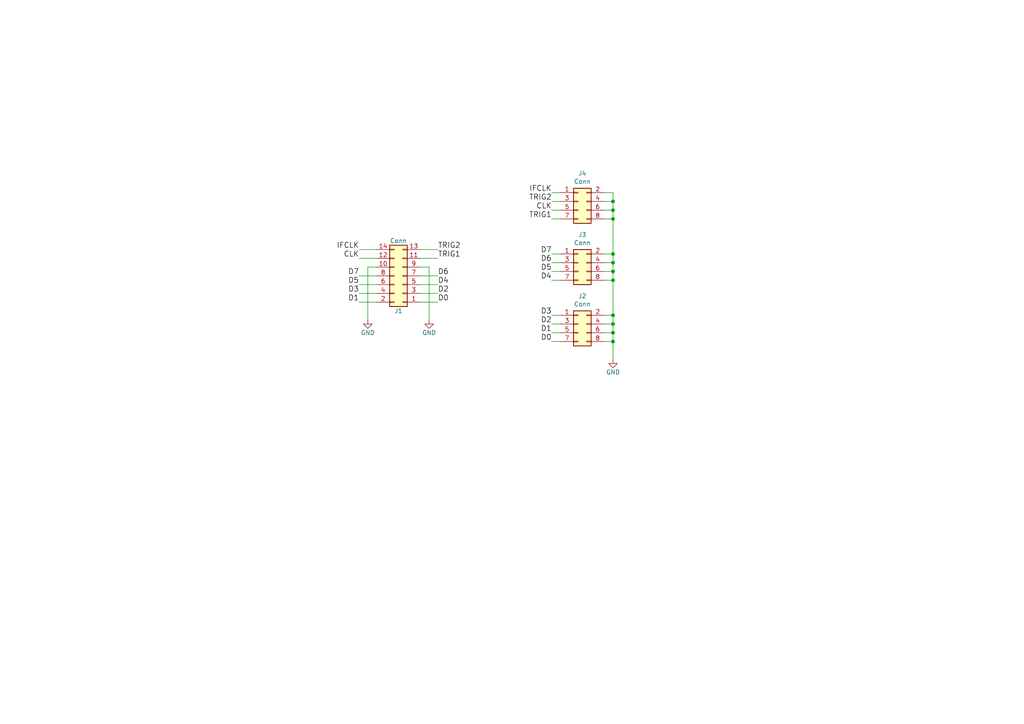
<source format=kicad_sch>
(kicad_sch (version 20230121) (generator eeschema)
  (paper "A4")
  (title_block (title "BitMagic Basic to 100mil header adapter") (rev "V1.0a") (company "1BitSquared") (comment 1 "(C) 2019 Piotr Esden-Tempski <piotr@esden.net>") (comment 2 "(C) 2019 1BitSquared <info@1bitsquared.com>") (comment 3 "License: CC-BY-SA V4.0"))
  (lib_symbols
    (symbol "Connector_Generic:Conn_02x04_Odd_Even" (pin_names (offset 1.016) hide)
      (property "Reference" "J" (at 1.27 5.08 0))
      (property "Value" "Conn_02x04_Odd_Even" (at 1.27 -7.62 0))
      (symbol "Conn_02x04_Odd_Even_1_1"
        (rectangle (start -1.27 -4.953) (end 0 -5.207) (stroke (width 0.1524)))
        (rectangle (start -1.27 -2.413) (end 0 -2.667) (stroke (width 0.1524)))
        (rectangle (start -1.27 0.127) (end 0 -0.127) (stroke (width 0.1524)))
        (rectangle (start -1.27 2.667) (end 0 2.413) (stroke (width 0.1524)))
        (rectangle (start -1.27 3.81) (end 3.81 -6.35) (stroke (width 0.254)) (fill (type background)))
        (rectangle (start 3.81 -4.953) (end 2.54 -5.207) (stroke (width 0.1524)))
        (rectangle (start 3.81 -2.413) (end 2.54 -2.667) (stroke (width 0.1524)))
        (rectangle (start 3.81 0.127) (end 2.54 -0.127) (stroke (width 0.1524)))
        (rectangle (start 3.81 2.667) (end 2.54 2.413) (stroke (width 0.1524)))
        (pin passive line (at -5.08 2.54 0) (length 3.81) (name "Pin_1") (number "1"))
        (pin passive line (at 7.62 2.54 180) (length 3.81) (name "Pin_2") (number "2"))
        (pin passive line (at -5.08 0 0) (length 3.81) (name "Pin_3") (number "3"))
        (pin passive line (at 7.62 0 180) (length 3.81) (name "Pin_4") (number "4"))
        (pin passive line (at -5.08 -2.54 0) (length 3.81) (name "Pin_5") (number "5"))
        (pin passive line (at 7.62 -2.54 180) (length 3.81) (name "Pin_6") (number "6"))
        (pin passive line (at -5.08 -5.08 0) (length 3.81) (name "Pin_7") (number "7"))
        (pin passive line (at 7.62 -5.08 180) (length 3.81) (name "Pin_8") (number "8"))
      )
    )
    (symbol "Connector_Generic:Conn_02x07_Odd_Even" (pin_names (offset 1.016) hide)
      (property "Reference" "J" (at 1.27 10.16 0))
      (property "Value" "Conn_02x07_Odd_Even" (at 1.27 -10.16 0))
      (symbol "Conn_02x07_Odd_Even_1_1"
        (rectangle (start -1.27 -7.493) (end 0 -7.747) (stroke (width 0.1524)))
        (rectangle (start -1.27 -4.953) (end 0 -5.207) (stroke (width 0.1524)))
        (rectangle (start -1.27 -2.413) (end 0 -2.667) (stroke (width 0.1524)))
        (rectangle (start -1.27 0.127) (end 0 -0.127) (stroke (width 0.1524)))
        (rectangle (start -1.27 2.667) (end 0 2.413) (stroke (width 0.1524)))
        (rectangle (start -1.27 5.207) (end 0 4.953) (stroke (width 0.1524)))
        (rectangle (start -1.27 7.747) (end 0 7.493) (stroke (width 0.1524)))
        (rectangle (start -1.27 8.89) (end 3.81 -8.89) (stroke (width 0.254)) (fill (type background)))
        (rectangle (start 3.81 -7.493) (end 2.54 -7.747) (stroke (width 0.1524)))
        (rectangle (start 3.81 -4.953) (end 2.54 -5.207) (stroke (width 0.1524)))
        (rectangle (start 3.81 -2.413) (end 2.54 -2.667) (stroke (width 0.1524)))
        (rectangle (start 3.81 0.127) (end 2.54 -0.127) (stroke (width 0.1524)))
        (rectangle (start 3.81 2.667) (end 2.54 2.413) (stroke (width 0.1524)))
        (rectangle (start 3.81 5.207) (end 2.54 4.953) (stroke (width 0.1524)))
        (rectangle (start 3.81 7.747) (end 2.54 7.493) (stroke (width 0.1524)))
        (pin passive line (at -5.08 7.62 0) (length 3.81) (name "Pin_1") (number "1"))
        (pin passive line (at 7.62 -2.54 180) (length 3.81) (name "Pin_10") (number "10"))
        (pin passive line (at -5.08 -5.08 0) (length 3.81) (name "Pin_11") (number "11"))
        (pin passive line (at 7.62 -5.08 180) (length 3.81) (name "Pin_12") (number "12"))
        (pin passive line (at -5.08 -7.62 0) (length 3.81) (name "Pin_13") (number "13"))
        (pin passive line (at 7.62 -7.62 180) (length 3.81) (name "Pin_14") (number "14"))
        (pin passive line (at 7.62 7.62 180) (length 3.81) (name "Pin_2") (number "2"))
        (pin passive line (at -5.08 5.08 0) (length 3.81) (name "Pin_3") (number "3"))
        (pin passive line (at 7.62 5.08 180) (length 3.81) (name "Pin_4") (number "4"))
        (pin passive line (at -5.08 2.54 0) (length 3.81) (name "Pin_5") (number "5"))
        (pin passive line (at 7.62 2.54 180) (length 3.81) (name "Pin_6") (number "6"))
        (pin passive line (at -5.08 0 0) (length 3.81) (name "Pin_7") (number "7"))
        (pin passive line (at 7.62 0 180) (length 3.81) (name "Pin_8") (number "8"))
        (pin passive line (at -5.08 -2.54 0) (length 3.81) (name "Pin_9") (number "9"))
      )
    )
    (symbol "power:GND" (power) (pin_names (offset 0))
      (property "Value" "GND" (at 0 -3.81 0))
      (symbol "GND_0_1"
        (polyline (pts (xy 0 0) (xy 0 -1.27) (xy 1.27 -1.27) (xy 0 -2.54) (xy -1.27 -1.27) (xy 0 -1.27)))
      )
      (symbol "GND_1_1"
        (pin power_in line (at 0 0 270) (length 0) hide (name "GND") (number "1"))
      )
    )
  )
  (junction (at 177.8 73.66))
  (junction (at 177.8 78.74))
  (junction (at 177.8 91.44))
  (junction (at 177.8 76.2))
  (junction (at 177.8 81.28))
  (junction (at 177.8 93.98))
  (junction (at 177.8 60.96))
  (junction (at 177.8 96.52))
  (junction (at 177.8 63.5))
  (junction (at 177.8 99.06))
  (junction (at 177.8 58.42))
  (wire (pts (xy 177.8 60.96) (xy 177.8 63.5)))
  (wire (pts (xy 109.22 80.01) (xy 104.14 80.01)))
  (wire (pts (xy 162.56 58.42) (xy 160.02 58.42)))
  (wire (pts (xy 177.8 78.74) (xy 177.8 81.28)))
  (wire (pts (xy 121.92 72.39) (xy 127 72.39)))
  (wire (pts (xy 162.56 55.88) (xy 160.02 55.88)))
  (wire (pts (xy 175.26 73.66) (xy 177.8 73.66)))
  (wire (pts (xy 121.92 87.63) (xy 127 87.63)))
  (wire (pts (xy 106.68 77.47) (xy 106.68 92.71)))
  (wire (pts (xy 162.56 73.66) (xy 160.02 73.66)))
  (wire (pts (xy 177.8 99.06) (xy 177.8 104.14)))
  (wire (pts (xy 177.8 63.5) (xy 177.8 73.66)))
  (wire (pts (xy 177.8 81.28) (xy 177.8 91.44)))
  (wire (pts (xy 177.8 91.44) (xy 177.8 93.98)))
  (wire (pts (xy 175.26 99.06) (xy 177.8 99.06)))
  (wire (pts (xy 175.26 63.5) (xy 177.8 63.5)))
  (wire (pts (xy 121.92 74.93) (xy 127 74.93)))
  (wire (pts (xy 121.92 80.01) (xy 127 80.01)))
  (wire (pts (xy 177.8 73.66) (xy 177.8 76.2)))
  (wire (pts (xy 177.8 96.52) (xy 177.8 99.06)))
  (wire (pts (xy 121.92 82.55) (xy 127 82.55)))
  (wire (pts (xy 175.26 78.74) (xy 177.8 78.74)))
  (wire (pts (xy 109.22 72.39) (xy 104.14 72.39)))
  (wire (pts (xy 121.92 85.09) (xy 127 85.09)))
  (wire (pts (xy 109.22 82.55) (xy 104.14 82.55)))
  (wire (pts (xy 162.56 76.2) (xy 160.02 76.2)))
  (wire (pts (xy 175.26 55.88) (xy 177.8 55.88)))
  (wire (pts (xy 162.56 99.06) (xy 160.02 99.06)))
  (wire (pts (xy 124.46 77.47) (xy 124.46 92.71)))
  (wire (pts (xy 162.56 60.96) (xy 160.02 60.96)))
  (wire (pts (xy 175.26 96.52) (xy 177.8 96.52)))
  (wire (pts (xy 162.56 91.44) (xy 160.02 91.44)))
  (wire (pts (xy 121.92 77.47) (xy 124.46 77.47)))
  (wire (pts (xy 175.26 93.98) (xy 177.8 93.98)))
  (wire (pts (xy 177.8 58.42) (xy 177.8 60.96)))
  (wire (pts (xy 162.56 96.52) (xy 160.02 96.52)))
  (wire (pts (xy 109.22 74.93) (xy 104.14 74.93)))
  (wire (pts (xy 175.26 58.42) (xy 177.8 58.42)))
  (wire (pts (xy 175.26 76.2) (xy 177.8 76.2)))
  (wire (pts (xy 162.56 81.28) (xy 160.02 81.28)))
  (wire (pts (xy 177.8 76.2) (xy 177.8 78.74)))
  (wire (pts (xy 109.22 85.09) (xy 104.14 85.09)))
  (wire (pts (xy 177.8 93.98) (xy 177.8 96.52)))
  (wire (pts (xy 109.22 87.63) (xy 104.14 87.63)))
  (wire (pts (xy 162.56 93.98) (xy 160.02 93.98)))
  (wire (pts (xy 162.56 78.74) (xy 160.02 78.74)))
  (wire (pts (xy 175.26 60.96) (xy 177.8 60.96)))
  (wire (pts (xy 162.56 63.5) (xy 160.02 63.5)))
  (wire (pts (xy 177.8 55.88) (xy 177.8 58.42)))
  (wire (pts (xy 175.26 91.44) (xy 177.8 91.44)))
  (wire (pts (xy 109.22 77.47) (xy 106.68 77.47)))
  (wire (pts (xy 175.26 81.28) (xy 177.8 81.28)))
  (label "D1" (at 104.14 87.63 180) (effects (font (size 1.524 1.524))))
  (label "IFCLK" (at 160.02 55.88 180) (effects (font (size 1.524 1.524))))
  (label "D0" (at 160.02 99.06 180) (effects (font (size 1.524 1.524))))
  (label "D4" (at 127 82.55 0) (effects (font (size 1.524 1.524))))
  (label "CLK" (at 104.14 74.93 180) (effects (font (size 1.524 1.524))))
  (label "TRIG2" (at 127 72.39 0) (effects (font (size 1.524 1.524))))
  (label "D3" (at 104.14 85.09 180) (effects (font (size 1.524 1.524))))
  (label "D6" (at 160.02 76.2 180) (effects (font (size 1.524 1.524))))
  (label "D3" (at 160.02 91.44 180) (effects (font (size 1.524 1.524))))
  (label "D2" (at 160.02 93.98 180) (effects (font (size 1.524 1.524))))
  (label "TRIG1" (at 160.02 63.5 180) (effects (font (size 1.524 1.524))))
  (label "D1" (at 160.02 96.52 180) (effects (font (size 1.524 1.524))))
  (label "TRIG1" (at 127 74.93 0) (effects (font (size 1.524 1.524))))
  (label "IFCLK" (at 104.14 72.39 180) (effects (font (size 1.524 1.524))))
  (label "D7" (at 104.14 80.01 180) (effects (font (size 1.524 1.524))))
  (label "CLK" (at 160.02 60.96 180) (effects (font (size 1.524 1.524))))
  (label "D5" (at 104.14 82.55 180) (effects (font (size 1.524 1.524))))
  (label "D7" (at 160.02 73.66 180) (effects (font (size 1.524 1.524))))
  (label "TRIG2" (at 160.02 58.42 180) (effects (font (size 1.524 1.524))))
  (label "D5" (at 160.02 78.74 180) (effects (font (size 1.524 1.524))))
  (label "D4" (at 160.02 81.28 180) (effects (font (size 1.524 1.524))))
  (label "D2" (at 127 85.09 0) (effects (font (size 1.524 1.524))))
  (label "D0" (at 127 87.63 0) (effects (font (size 1.524 1.524))))
  (label "D6" (at 127 80.01 0) (effects (font (size 1.524 1.524))))
  (symbol (lib_id "Connector_Generic:Conn_02x04_Odd_Even") (at 167.64 93.98 0) (unit 1)
    (property "Reference" "J2" (at 168.91 85.852 0))
    (property "Value" "Conn" (at 168.91 88.2142 0))
    (property "Footprint" "Connector_PinHeader_2.54mm:PinHeader_2x04_P2.54mm_Horizontal" (effects hide))
  )
  (symbol (lib_id "Connector_Generic:Conn_02x04_Odd_Even") (at 167.64 76.2 0) (unit 1)
    (property "Reference" "J3" (at 168.91 68.072 0))
    (property "Value" "Conn" (at 168.91 70.4342 0))
    (property "Footprint" "Connector_PinHeader_2.54mm:PinHeader_2x04_P2.54mm_Horizontal" (effects hide))
  )
  (symbol (lib_id "Connector_Generic:Conn_02x04_Odd_Even") (at 167.64 58.42 0) (unit 1)
    (property "Reference" "J4" (at 168.91 50.292 0))
    (property "Value" "Conn" (at 168.91 52.6542 0))
    (property "Footprint" "Connector_PinHeader_2.54mm:PinHeader_2x04_P2.54mm_Horizontal" (effects hide))
  )
  (symbol (lib_id "power:GND") (at 177.8 104.14 0) (unit 1)
    (property "Reference" "#PWR0103" (effects hide))
    (property "Value" "GND" (at 177.8 107.95 0))
  )
  (symbol (lib_id "Connector_Generic:Conn_02x07_Odd_Even") (at 116.84 80.01 180) (unit 1)
    (property "Reference" "J1" (at 115.57 90.17 0))
    (property "Value" "Conn" (at 115.57 69.85 0))
    (property "Footprint" "Connector_PinHeader_1.27mm:PinHeader_2x07_P1.27mm_Vertical_SMD" (effects hide))
    (property "Key" "conn-smd-ftsh-107-01-f-dv-k" (effects hide))
    (property "Manufacturer" "Samtec" (effects hide))
    (property "MFN" "FTSH-107-01-F-DV-K-P-TR" (effects hide))
    (property "Source" "ANY" (effects hide))
  )
  (symbol (lib_id "power:GND") (at 124.46 92.71 0) (unit 1)
    (property "Reference" "#PWR0101" (effects hide))
    (property "Value" "GND" (at 124.46 96.52 0))
  )
  (symbol (lib_id "power:GND") (at 106.68 92.71 0) (unit 1)
    (property "Reference" "#PWR0102" (effects hide))
    (property "Value" "GND" (at 106.68 96.52 0))
  )
)
</source>
